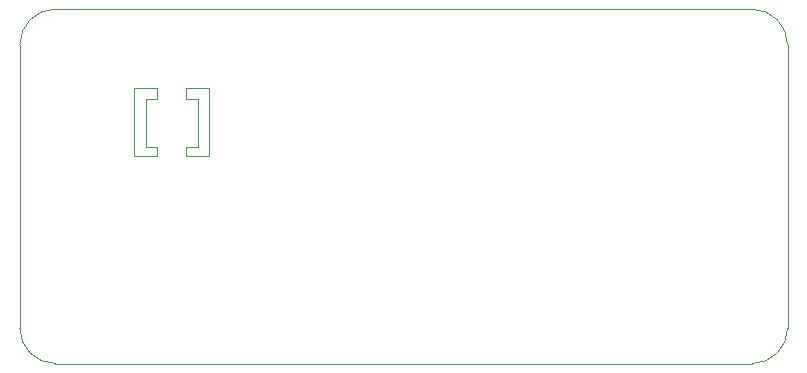
<source format=gbr>
G04 #@! TF.GenerationSoftware,KiCad,Pcbnew,(5.1.10-1-10_14)*
G04 #@! TF.CreationDate,2021-06-08T22:44:31-04:00*
G04 #@! TF.ProjectId,tr109-sensorboard,74723130-392d-4736-956e-736f72626f61,3*
G04 #@! TF.SameCoordinates,Original*
G04 #@! TF.FileFunction,Profile,NP*
%FSLAX46Y46*%
G04 Gerber Fmt 4.6, Leading zero omitted, Abs format (unit mm)*
G04 Created by KiCad (PCBNEW (5.1.10-1-10_14)) date 2021-06-08 22:44:31*
%MOMM*%
%LPD*%
G01*
G04 APERTURE LIST*
G04 #@! TA.AperFunction,Profile*
%ADD10C,0.100000*%
G04 #@! TD*
G04 APERTURE END LIST*
D10*
X116600000Y-102000000D02*
X116600000Y-107800000D01*
X114600000Y-102000000D02*
X116600000Y-102000000D01*
X114600000Y-103000000D02*
X114600000Y-102000000D01*
X115600000Y-103000000D02*
X114600000Y-103000000D01*
X115600000Y-107000000D02*
X115600000Y-103000000D01*
X114600000Y-107000000D02*
X115600000Y-107000000D01*
X114600000Y-107800000D02*
X114600000Y-107000000D01*
X116600000Y-107800000D02*
X114600000Y-107800000D01*
X112200000Y-102000000D02*
X112200000Y-103000000D01*
X110200000Y-102000000D02*
X112200000Y-102000000D01*
X110200000Y-107800000D02*
X110200000Y-102000000D01*
X112200000Y-107800000D02*
X110200000Y-107800000D01*
X112200000Y-107000000D02*
X112200000Y-107800000D01*
X111200000Y-107000000D02*
X112200000Y-107000000D01*
X111200000Y-103000000D02*
X111200000Y-107000000D01*
X112200000Y-103000000D02*
X111200000Y-103000000D01*
X100554000Y-122360000D02*
X100554000Y-98360000D01*
X162554000Y-125360000D02*
G75*
G03*
X165554000Y-122360000I0J3000000D01*
G01*
X162554000Y-125360000D02*
X103554000Y-125360000D01*
X100554000Y-122360000D02*
G75*
G03*
X103554000Y-125360000I3000000J0D01*
G01*
X103554000Y-95360000D02*
G75*
G03*
X100554000Y-98360000I0J-3000000D01*
G01*
X165554000Y-98360000D02*
G75*
G03*
X162554000Y-95360000I-3000000J0D01*
G01*
X165554000Y-122360000D02*
X165554000Y-98360000D01*
X162554000Y-95360000D02*
X103554000Y-95360000D01*
M02*

</source>
